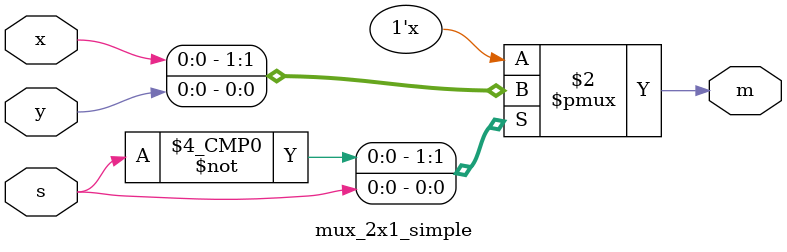
<source format=v>
`timescale 1ns / 1ps


module mux_2x1_simple(
    input x, y, s,
    output reg m
    );
    
    always @(x, y, s)
    begin
        case(s)
            0: m = x;
            1: m = y;
        endcase
    end
    
endmodule

</source>
